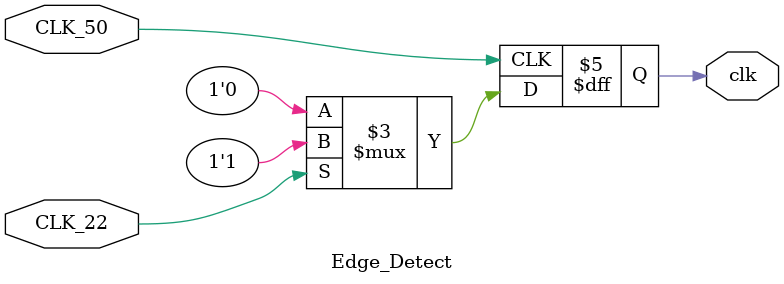
<source format=sv>
module Edge_Detect(input logic CLK_50, CLK_22, output logic clk);
  always @(posedge CLK_50)    
  begin
    if (CLK_22)
      clk <= 1'b1;
    else clk <= 1'b0;
  end
endmodule

</source>
